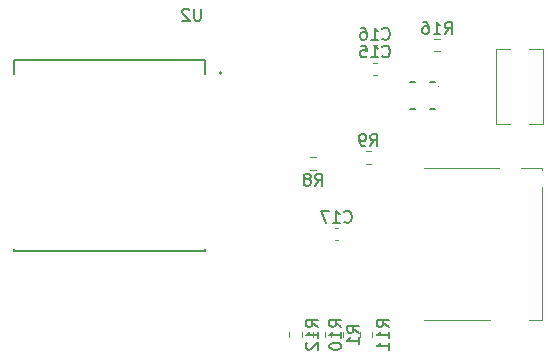
<source format=gbr>
%TF.GenerationSoftware,KiCad,Pcbnew,8.0.2*%
%TF.CreationDate,2025-04-11T11:55:07+07:00*%
%TF.ProjectId,wearable_device,77656172-6162-46c6-955f-646576696365,rev?*%
%TF.SameCoordinates,Original*%
%TF.FileFunction,Legend,Bot*%
%TF.FilePolarity,Positive*%
%FSLAX46Y46*%
G04 Gerber Fmt 4.6, Leading zero omitted, Abs format (unit mm)*
G04 Created by KiCad (PCBNEW 8.0.2) date 2025-04-11 11:55:07*
%MOMM*%
%LPD*%
G01*
G04 APERTURE LIST*
%ADD10C,0.150000*%
%ADD11C,0.120000*%
%ADD12C,0.127000*%
%ADD13C,0.200000*%
%ADD14C,0.100000*%
G04 APERTURE END LIST*
D10*
X212867857Y-58929580D02*
X212915476Y-58977200D01*
X212915476Y-58977200D02*
X213058333Y-59024819D01*
X213058333Y-59024819D02*
X213153571Y-59024819D01*
X213153571Y-59024819D02*
X213296428Y-58977200D01*
X213296428Y-58977200D02*
X213391666Y-58881961D01*
X213391666Y-58881961D02*
X213439285Y-58786723D01*
X213439285Y-58786723D02*
X213486904Y-58596247D01*
X213486904Y-58596247D02*
X213486904Y-58453390D01*
X213486904Y-58453390D02*
X213439285Y-58262914D01*
X213439285Y-58262914D02*
X213391666Y-58167676D01*
X213391666Y-58167676D02*
X213296428Y-58072438D01*
X213296428Y-58072438D02*
X213153571Y-58024819D01*
X213153571Y-58024819D02*
X213058333Y-58024819D01*
X213058333Y-58024819D02*
X212915476Y-58072438D01*
X212915476Y-58072438D02*
X212867857Y-58120057D01*
X211915476Y-59024819D02*
X212486904Y-59024819D01*
X212201190Y-59024819D02*
X212201190Y-58024819D01*
X212201190Y-58024819D02*
X212296428Y-58167676D01*
X212296428Y-58167676D02*
X212391666Y-58262914D01*
X212391666Y-58262914D02*
X212486904Y-58310533D01*
X211058333Y-58024819D02*
X211248809Y-58024819D01*
X211248809Y-58024819D02*
X211344047Y-58072438D01*
X211344047Y-58072438D02*
X211391666Y-58120057D01*
X211391666Y-58120057D02*
X211486904Y-58262914D01*
X211486904Y-58262914D02*
X211534523Y-58453390D01*
X211534523Y-58453390D02*
X211534523Y-58834342D01*
X211534523Y-58834342D02*
X211486904Y-58929580D01*
X211486904Y-58929580D02*
X211439285Y-58977200D01*
X211439285Y-58977200D02*
X211344047Y-59024819D01*
X211344047Y-59024819D02*
X211153571Y-59024819D01*
X211153571Y-59024819D02*
X211058333Y-58977200D01*
X211058333Y-58977200D02*
X211010714Y-58929580D01*
X211010714Y-58929580D02*
X210963095Y-58834342D01*
X210963095Y-58834342D02*
X210963095Y-58596247D01*
X210963095Y-58596247D02*
X211010714Y-58501009D01*
X211010714Y-58501009D02*
X211058333Y-58453390D01*
X211058333Y-58453390D02*
X211153571Y-58405771D01*
X211153571Y-58405771D02*
X211344047Y-58405771D01*
X211344047Y-58405771D02*
X211439285Y-58453390D01*
X211439285Y-58453390D02*
X211486904Y-58501009D01*
X211486904Y-58501009D02*
X211534523Y-58596247D01*
X207384819Y-83357142D02*
X206908628Y-83023809D01*
X207384819Y-82785714D02*
X206384819Y-82785714D01*
X206384819Y-82785714D02*
X206384819Y-83166666D01*
X206384819Y-83166666D02*
X206432438Y-83261904D01*
X206432438Y-83261904D02*
X206480057Y-83309523D01*
X206480057Y-83309523D02*
X206575295Y-83357142D01*
X206575295Y-83357142D02*
X206718152Y-83357142D01*
X206718152Y-83357142D02*
X206813390Y-83309523D01*
X206813390Y-83309523D02*
X206861009Y-83261904D01*
X206861009Y-83261904D02*
X206908628Y-83166666D01*
X206908628Y-83166666D02*
X206908628Y-82785714D01*
X207384819Y-84309523D02*
X207384819Y-83738095D01*
X207384819Y-84023809D02*
X206384819Y-84023809D01*
X206384819Y-84023809D02*
X206527676Y-83928571D01*
X206527676Y-83928571D02*
X206622914Y-83833333D01*
X206622914Y-83833333D02*
X206670533Y-83738095D01*
X206480057Y-84690476D02*
X206432438Y-84738095D01*
X206432438Y-84738095D02*
X206384819Y-84833333D01*
X206384819Y-84833333D02*
X206384819Y-85071428D01*
X206384819Y-85071428D02*
X206432438Y-85166666D01*
X206432438Y-85166666D02*
X206480057Y-85214285D01*
X206480057Y-85214285D02*
X206575295Y-85261904D01*
X206575295Y-85261904D02*
X206670533Y-85261904D01*
X206670533Y-85261904D02*
X206813390Y-85214285D01*
X206813390Y-85214285D02*
X207384819Y-84642857D01*
X207384819Y-84642857D02*
X207384819Y-85261904D01*
X213384819Y-83357142D02*
X212908628Y-83023809D01*
X213384819Y-82785714D02*
X212384819Y-82785714D01*
X212384819Y-82785714D02*
X212384819Y-83166666D01*
X212384819Y-83166666D02*
X212432438Y-83261904D01*
X212432438Y-83261904D02*
X212480057Y-83309523D01*
X212480057Y-83309523D02*
X212575295Y-83357142D01*
X212575295Y-83357142D02*
X212718152Y-83357142D01*
X212718152Y-83357142D02*
X212813390Y-83309523D01*
X212813390Y-83309523D02*
X212861009Y-83261904D01*
X212861009Y-83261904D02*
X212908628Y-83166666D01*
X212908628Y-83166666D02*
X212908628Y-82785714D01*
X213384819Y-84309523D02*
X213384819Y-83738095D01*
X213384819Y-84023809D02*
X212384819Y-84023809D01*
X212384819Y-84023809D02*
X212527676Y-83928571D01*
X212527676Y-83928571D02*
X212622914Y-83833333D01*
X212622914Y-83833333D02*
X212670533Y-83738095D01*
X213384819Y-85261904D02*
X213384819Y-84690476D01*
X213384819Y-84976190D02*
X212384819Y-84976190D01*
X212384819Y-84976190D02*
X212527676Y-84880952D01*
X212527676Y-84880952D02*
X212622914Y-84785714D01*
X212622914Y-84785714D02*
X212670533Y-84690476D01*
X197496904Y-56419819D02*
X197496904Y-57229342D01*
X197496904Y-57229342D02*
X197449285Y-57324580D01*
X197449285Y-57324580D02*
X197401666Y-57372200D01*
X197401666Y-57372200D02*
X197306428Y-57419819D01*
X197306428Y-57419819D02*
X197115952Y-57419819D01*
X197115952Y-57419819D02*
X197020714Y-57372200D01*
X197020714Y-57372200D02*
X196973095Y-57324580D01*
X196973095Y-57324580D02*
X196925476Y-57229342D01*
X196925476Y-57229342D02*
X196925476Y-56419819D01*
X196496904Y-56515057D02*
X196449285Y-56467438D01*
X196449285Y-56467438D02*
X196354047Y-56419819D01*
X196354047Y-56419819D02*
X196115952Y-56419819D01*
X196115952Y-56419819D02*
X196020714Y-56467438D01*
X196020714Y-56467438D02*
X195973095Y-56515057D01*
X195973095Y-56515057D02*
X195925476Y-56610295D01*
X195925476Y-56610295D02*
X195925476Y-56705533D01*
X195925476Y-56705533D02*
X195973095Y-56848390D01*
X195973095Y-56848390D02*
X196544523Y-57419819D01*
X196544523Y-57419819D02*
X195925476Y-57419819D01*
X211841666Y-68024819D02*
X212174999Y-67548628D01*
X212413094Y-68024819D02*
X212413094Y-67024819D01*
X212413094Y-67024819D02*
X212032142Y-67024819D01*
X212032142Y-67024819D02*
X211936904Y-67072438D01*
X211936904Y-67072438D02*
X211889285Y-67120057D01*
X211889285Y-67120057D02*
X211841666Y-67215295D01*
X211841666Y-67215295D02*
X211841666Y-67358152D01*
X211841666Y-67358152D02*
X211889285Y-67453390D01*
X211889285Y-67453390D02*
X211936904Y-67501009D01*
X211936904Y-67501009D02*
X212032142Y-67548628D01*
X212032142Y-67548628D02*
X212413094Y-67548628D01*
X211365475Y-68024819D02*
X211174999Y-68024819D01*
X211174999Y-68024819D02*
X211079761Y-67977200D01*
X211079761Y-67977200D02*
X211032142Y-67929580D01*
X211032142Y-67929580D02*
X210936904Y-67786723D01*
X210936904Y-67786723D02*
X210889285Y-67596247D01*
X210889285Y-67596247D02*
X210889285Y-67215295D01*
X210889285Y-67215295D02*
X210936904Y-67120057D01*
X210936904Y-67120057D02*
X210984523Y-67072438D01*
X210984523Y-67072438D02*
X211079761Y-67024819D01*
X211079761Y-67024819D02*
X211270237Y-67024819D01*
X211270237Y-67024819D02*
X211365475Y-67072438D01*
X211365475Y-67072438D02*
X211413094Y-67120057D01*
X211413094Y-67120057D02*
X211460713Y-67215295D01*
X211460713Y-67215295D02*
X211460713Y-67453390D01*
X211460713Y-67453390D02*
X211413094Y-67548628D01*
X211413094Y-67548628D02*
X211365475Y-67596247D01*
X211365475Y-67596247D02*
X211270237Y-67643866D01*
X211270237Y-67643866D02*
X211079761Y-67643866D01*
X211079761Y-67643866D02*
X210984523Y-67596247D01*
X210984523Y-67596247D02*
X210936904Y-67548628D01*
X210936904Y-67548628D02*
X210889285Y-67453390D01*
X212867857Y-60429580D02*
X212915476Y-60477200D01*
X212915476Y-60477200D02*
X213058333Y-60524819D01*
X213058333Y-60524819D02*
X213153571Y-60524819D01*
X213153571Y-60524819D02*
X213296428Y-60477200D01*
X213296428Y-60477200D02*
X213391666Y-60381961D01*
X213391666Y-60381961D02*
X213439285Y-60286723D01*
X213439285Y-60286723D02*
X213486904Y-60096247D01*
X213486904Y-60096247D02*
X213486904Y-59953390D01*
X213486904Y-59953390D02*
X213439285Y-59762914D01*
X213439285Y-59762914D02*
X213391666Y-59667676D01*
X213391666Y-59667676D02*
X213296428Y-59572438D01*
X213296428Y-59572438D02*
X213153571Y-59524819D01*
X213153571Y-59524819D02*
X213058333Y-59524819D01*
X213058333Y-59524819D02*
X212915476Y-59572438D01*
X212915476Y-59572438D02*
X212867857Y-59620057D01*
X211915476Y-60524819D02*
X212486904Y-60524819D01*
X212201190Y-60524819D02*
X212201190Y-59524819D01*
X212201190Y-59524819D02*
X212296428Y-59667676D01*
X212296428Y-59667676D02*
X212391666Y-59762914D01*
X212391666Y-59762914D02*
X212486904Y-59810533D01*
X211010714Y-59524819D02*
X211486904Y-59524819D01*
X211486904Y-59524819D02*
X211534523Y-60001009D01*
X211534523Y-60001009D02*
X211486904Y-59953390D01*
X211486904Y-59953390D02*
X211391666Y-59905771D01*
X211391666Y-59905771D02*
X211153571Y-59905771D01*
X211153571Y-59905771D02*
X211058333Y-59953390D01*
X211058333Y-59953390D02*
X211010714Y-60001009D01*
X211010714Y-60001009D02*
X210963095Y-60096247D01*
X210963095Y-60096247D02*
X210963095Y-60334342D01*
X210963095Y-60334342D02*
X211010714Y-60429580D01*
X211010714Y-60429580D02*
X211058333Y-60477200D01*
X211058333Y-60477200D02*
X211153571Y-60524819D01*
X211153571Y-60524819D02*
X211391666Y-60524819D01*
X211391666Y-60524819D02*
X211486904Y-60477200D01*
X211486904Y-60477200D02*
X211534523Y-60429580D01*
X209642857Y-74429580D02*
X209690476Y-74477200D01*
X209690476Y-74477200D02*
X209833333Y-74524819D01*
X209833333Y-74524819D02*
X209928571Y-74524819D01*
X209928571Y-74524819D02*
X210071428Y-74477200D01*
X210071428Y-74477200D02*
X210166666Y-74381961D01*
X210166666Y-74381961D02*
X210214285Y-74286723D01*
X210214285Y-74286723D02*
X210261904Y-74096247D01*
X210261904Y-74096247D02*
X210261904Y-73953390D01*
X210261904Y-73953390D02*
X210214285Y-73762914D01*
X210214285Y-73762914D02*
X210166666Y-73667676D01*
X210166666Y-73667676D02*
X210071428Y-73572438D01*
X210071428Y-73572438D02*
X209928571Y-73524819D01*
X209928571Y-73524819D02*
X209833333Y-73524819D01*
X209833333Y-73524819D02*
X209690476Y-73572438D01*
X209690476Y-73572438D02*
X209642857Y-73620057D01*
X208690476Y-74524819D02*
X209261904Y-74524819D01*
X208976190Y-74524819D02*
X208976190Y-73524819D01*
X208976190Y-73524819D02*
X209071428Y-73667676D01*
X209071428Y-73667676D02*
X209166666Y-73762914D01*
X209166666Y-73762914D02*
X209261904Y-73810533D01*
X208357142Y-73524819D02*
X207690476Y-73524819D01*
X207690476Y-73524819D02*
X208119047Y-74524819D01*
X218142857Y-58524819D02*
X218476190Y-58048628D01*
X218714285Y-58524819D02*
X218714285Y-57524819D01*
X218714285Y-57524819D02*
X218333333Y-57524819D01*
X218333333Y-57524819D02*
X218238095Y-57572438D01*
X218238095Y-57572438D02*
X218190476Y-57620057D01*
X218190476Y-57620057D02*
X218142857Y-57715295D01*
X218142857Y-57715295D02*
X218142857Y-57858152D01*
X218142857Y-57858152D02*
X218190476Y-57953390D01*
X218190476Y-57953390D02*
X218238095Y-58001009D01*
X218238095Y-58001009D02*
X218333333Y-58048628D01*
X218333333Y-58048628D02*
X218714285Y-58048628D01*
X217190476Y-58524819D02*
X217761904Y-58524819D01*
X217476190Y-58524819D02*
X217476190Y-57524819D01*
X217476190Y-57524819D02*
X217571428Y-57667676D01*
X217571428Y-57667676D02*
X217666666Y-57762914D01*
X217666666Y-57762914D02*
X217761904Y-57810533D01*
X216333333Y-57524819D02*
X216523809Y-57524819D01*
X216523809Y-57524819D02*
X216619047Y-57572438D01*
X216619047Y-57572438D02*
X216666666Y-57620057D01*
X216666666Y-57620057D02*
X216761904Y-57762914D01*
X216761904Y-57762914D02*
X216809523Y-57953390D01*
X216809523Y-57953390D02*
X216809523Y-58334342D01*
X216809523Y-58334342D02*
X216761904Y-58429580D01*
X216761904Y-58429580D02*
X216714285Y-58477200D01*
X216714285Y-58477200D02*
X216619047Y-58524819D01*
X216619047Y-58524819D02*
X216428571Y-58524819D01*
X216428571Y-58524819D02*
X216333333Y-58477200D01*
X216333333Y-58477200D02*
X216285714Y-58429580D01*
X216285714Y-58429580D02*
X216238095Y-58334342D01*
X216238095Y-58334342D02*
X216238095Y-58096247D01*
X216238095Y-58096247D02*
X216285714Y-58001009D01*
X216285714Y-58001009D02*
X216333333Y-57953390D01*
X216333333Y-57953390D02*
X216428571Y-57905771D01*
X216428571Y-57905771D02*
X216619047Y-57905771D01*
X216619047Y-57905771D02*
X216714285Y-57953390D01*
X216714285Y-57953390D02*
X216761904Y-58001009D01*
X216761904Y-58001009D02*
X216809523Y-58096247D01*
X210884819Y-83833333D02*
X210408628Y-83500000D01*
X210884819Y-83261905D02*
X209884819Y-83261905D01*
X209884819Y-83261905D02*
X209884819Y-83642857D01*
X209884819Y-83642857D02*
X209932438Y-83738095D01*
X209932438Y-83738095D02*
X209980057Y-83785714D01*
X209980057Y-83785714D02*
X210075295Y-83833333D01*
X210075295Y-83833333D02*
X210218152Y-83833333D01*
X210218152Y-83833333D02*
X210313390Y-83785714D01*
X210313390Y-83785714D02*
X210361009Y-83738095D01*
X210361009Y-83738095D02*
X210408628Y-83642857D01*
X210408628Y-83642857D02*
X210408628Y-83261905D01*
X210884819Y-84785714D02*
X210884819Y-84214286D01*
X210884819Y-84500000D02*
X209884819Y-84500000D01*
X209884819Y-84500000D02*
X210027676Y-84404762D01*
X210027676Y-84404762D02*
X210122914Y-84309524D01*
X210122914Y-84309524D02*
X210170533Y-84214286D01*
X209384819Y-83357142D02*
X208908628Y-83023809D01*
X209384819Y-82785714D02*
X208384819Y-82785714D01*
X208384819Y-82785714D02*
X208384819Y-83166666D01*
X208384819Y-83166666D02*
X208432438Y-83261904D01*
X208432438Y-83261904D02*
X208480057Y-83309523D01*
X208480057Y-83309523D02*
X208575295Y-83357142D01*
X208575295Y-83357142D02*
X208718152Y-83357142D01*
X208718152Y-83357142D02*
X208813390Y-83309523D01*
X208813390Y-83309523D02*
X208861009Y-83261904D01*
X208861009Y-83261904D02*
X208908628Y-83166666D01*
X208908628Y-83166666D02*
X208908628Y-82785714D01*
X209384819Y-84309523D02*
X209384819Y-83738095D01*
X209384819Y-84023809D02*
X208384819Y-84023809D01*
X208384819Y-84023809D02*
X208527676Y-83928571D01*
X208527676Y-83928571D02*
X208622914Y-83833333D01*
X208622914Y-83833333D02*
X208670533Y-83738095D01*
X208384819Y-84928571D02*
X208384819Y-85023809D01*
X208384819Y-85023809D02*
X208432438Y-85119047D01*
X208432438Y-85119047D02*
X208480057Y-85166666D01*
X208480057Y-85166666D02*
X208575295Y-85214285D01*
X208575295Y-85214285D02*
X208765771Y-85261904D01*
X208765771Y-85261904D02*
X209003866Y-85261904D01*
X209003866Y-85261904D02*
X209194342Y-85214285D01*
X209194342Y-85214285D02*
X209289580Y-85166666D01*
X209289580Y-85166666D02*
X209337200Y-85119047D01*
X209337200Y-85119047D02*
X209384819Y-85023809D01*
X209384819Y-85023809D02*
X209384819Y-84928571D01*
X209384819Y-84928571D02*
X209337200Y-84833333D01*
X209337200Y-84833333D02*
X209289580Y-84785714D01*
X209289580Y-84785714D02*
X209194342Y-84738095D01*
X209194342Y-84738095D02*
X209003866Y-84690476D01*
X209003866Y-84690476D02*
X208765771Y-84690476D01*
X208765771Y-84690476D02*
X208575295Y-84738095D01*
X208575295Y-84738095D02*
X208480057Y-84785714D01*
X208480057Y-84785714D02*
X208432438Y-84833333D01*
X208432438Y-84833333D02*
X208384819Y-84928571D01*
X207166666Y-71384819D02*
X207499999Y-70908628D01*
X207738094Y-71384819D02*
X207738094Y-70384819D01*
X207738094Y-70384819D02*
X207357142Y-70384819D01*
X207357142Y-70384819D02*
X207261904Y-70432438D01*
X207261904Y-70432438D02*
X207214285Y-70480057D01*
X207214285Y-70480057D02*
X207166666Y-70575295D01*
X207166666Y-70575295D02*
X207166666Y-70718152D01*
X207166666Y-70718152D02*
X207214285Y-70813390D01*
X207214285Y-70813390D02*
X207261904Y-70861009D01*
X207261904Y-70861009D02*
X207357142Y-70908628D01*
X207357142Y-70908628D02*
X207738094Y-70908628D01*
X206595237Y-70813390D02*
X206690475Y-70765771D01*
X206690475Y-70765771D02*
X206738094Y-70718152D01*
X206738094Y-70718152D02*
X206785713Y-70622914D01*
X206785713Y-70622914D02*
X206785713Y-70575295D01*
X206785713Y-70575295D02*
X206738094Y-70480057D01*
X206738094Y-70480057D02*
X206690475Y-70432438D01*
X206690475Y-70432438D02*
X206595237Y-70384819D01*
X206595237Y-70384819D02*
X206404761Y-70384819D01*
X206404761Y-70384819D02*
X206309523Y-70432438D01*
X206309523Y-70432438D02*
X206261904Y-70480057D01*
X206261904Y-70480057D02*
X206214285Y-70575295D01*
X206214285Y-70575295D02*
X206214285Y-70622914D01*
X206214285Y-70622914D02*
X206261904Y-70718152D01*
X206261904Y-70718152D02*
X206309523Y-70765771D01*
X206309523Y-70765771D02*
X206404761Y-70813390D01*
X206404761Y-70813390D02*
X206595237Y-70813390D01*
X206595237Y-70813390D02*
X206690475Y-70861009D01*
X206690475Y-70861009D02*
X206738094Y-70908628D01*
X206738094Y-70908628D02*
X206785713Y-71003866D01*
X206785713Y-71003866D02*
X206785713Y-71194342D01*
X206785713Y-71194342D02*
X206738094Y-71289580D01*
X206738094Y-71289580D02*
X206690475Y-71337200D01*
X206690475Y-71337200D02*
X206595237Y-71384819D01*
X206595237Y-71384819D02*
X206404761Y-71384819D01*
X206404761Y-71384819D02*
X206309523Y-71337200D01*
X206309523Y-71337200D02*
X206261904Y-71289580D01*
X206261904Y-71289580D02*
X206214285Y-71194342D01*
X206214285Y-71194342D02*
X206214285Y-71003866D01*
X206214285Y-71003866D02*
X206261904Y-70908628D01*
X206261904Y-70908628D02*
X206309523Y-70861009D01*
X206309523Y-70861009D02*
X206404761Y-70813390D01*
D11*
%TO.C,C16*%
X212084420Y-59490000D02*
X212365580Y-59490000D01*
X212084420Y-60510000D02*
X212365580Y-60510000D01*
%TO.C,R12*%
X204977500Y-83762742D02*
X204977500Y-84237258D01*
X206022500Y-83762742D02*
X206022500Y-84237258D01*
%TO.C,R11*%
X210977500Y-83762742D02*
X210977500Y-84237258D01*
X212022500Y-83762742D02*
X212022500Y-84237258D01*
%TO.C,J1*%
X216400000Y-69915000D02*
X222700000Y-69915000D01*
X216400000Y-82785000D02*
X222000000Y-82785000D01*
X224600000Y-69915000D02*
X226410000Y-69915000D01*
X226410000Y-69915000D02*
X226410000Y-70025000D01*
X226410000Y-71525000D02*
X226410000Y-82785000D01*
X226410000Y-82785000D02*
X225250000Y-82785000D01*
D12*
%TO.C,U2*%
X181675000Y-60775000D02*
X197825000Y-60775000D01*
X181675000Y-61950000D02*
X181675000Y-60775000D01*
X181675000Y-76750000D02*
X181675000Y-76925000D01*
X197825000Y-61950000D02*
X197825000Y-60775000D01*
X197825000Y-76750000D02*
X197825000Y-76925000D01*
X197825000Y-76925000D02*
X181675000Y-76925000D01*
D13*
X199250000Y-61850000D02*
G75*
G02*
X199050000Y-61850000I-100000J0D01*
G01*
X199050000Y-61850000D02*
G75*
G02*
X199250000Y-61850000I100000J0D01*
G01*
D11*
%TO.C,SW1*%
X222500000Y-59800000D02*
X222500000Y-66200000D01*
X222500000Y-66200000D02*
X223700000Y-66200000D01*
X223700000Y-59800000D02*
X222500000Y-59800000D01*
X225300000Y-66200000D02*
X226500000Y-66200000D01*
X226500000Y-59800000D02*
X225300000Y-59800000D01*
X226500000Y-66200000D02*
X226500000Y-59800000D01*
%TO.C,R9*%
X211437742Y-68477500D02*
X211912258Y-68477500D01*
X211437742Y-69522500D02*
X211912258Y-69522500D01*
%TO.C,C15*%
X212084420Y-60990000D02*
X212365580Y-60990000D01*
X212084420Y-62010000D02*
X212365580Y-62010000D01*
%TO.C,C17*%
X208859420Y-74990000D02*
X209140580Y-74990000D01*
X208859420Y-76010000D02*
X209140580Y-76010000D01*
%TO.C,R16*%
X217262742Y-58977500D02*
X217737258Y-58977500D01*
X217262742Y-60022500D02*
X217737258Y-60022500D01*
%TO.C,R1*%
X208477500Y-83762742D02*
X208477500Y-84237258D01*
X209522500Y-83762742D02*
X209522500Y-84237258D01*
%TO.C,R10*%
X206977500Y-83762742D02*
X206977500Y-84237258D01*
X208022500Y-83762742D02*
X208022500Y-84237258D01*
D12*
%TO.C,U5*%
X215185000Y-62645000D02*
X215655000Y-62645000D01*
X215655000Y-64855000D02*
X215185000Y-64855000D01*
X216875000Y-62645000D02*
X217345000Y-62645000D01*
X217345000Y-64855000D02*
X216875000Y-64855000D01*
D14*
X217665000Y-62950000D02*
G75*
G02*
X217565000Y-62950000I-50000J0D01*
G01*
X217565000Y-62950000D02*
G75*
G02*
X217665000Y-62950000I50000J0D01*
G01*
D11*
%TO.C,R8*%
X207237258Y-68977500D02*
X206762742Y-68977500D01*
X207237258Y-70022500D02*
X206762742Y-70022500D01*
%TD*%
M02*

</source>
